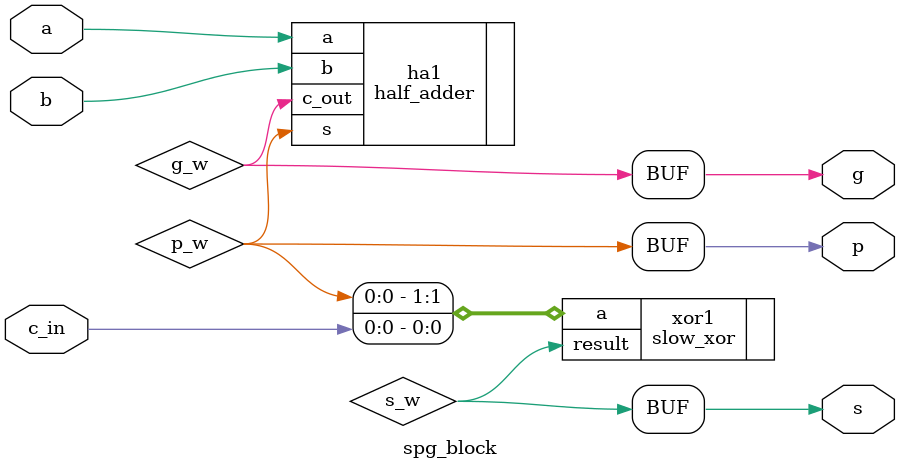
<source format=v>

`timescale 1ns / 1ps


module spg_block (
    input  wire a, 
    input  wire b,
    input  wire c_in,
    output reg g,  
    output reg p,
    output reg s
);

  wire g_w;
  wire p_w;
  wire s_w;

  half_adder ha1(.a(a), .b(b), .c_out(g_w), .s(p_w));
  slow_xor xor1(.a({p_w, c_in}), .result(s_w));

  always @(*) begin
    g <= g_w;
    p <= p_w;
    s <= s_w;
  end

endmodule
</source>
